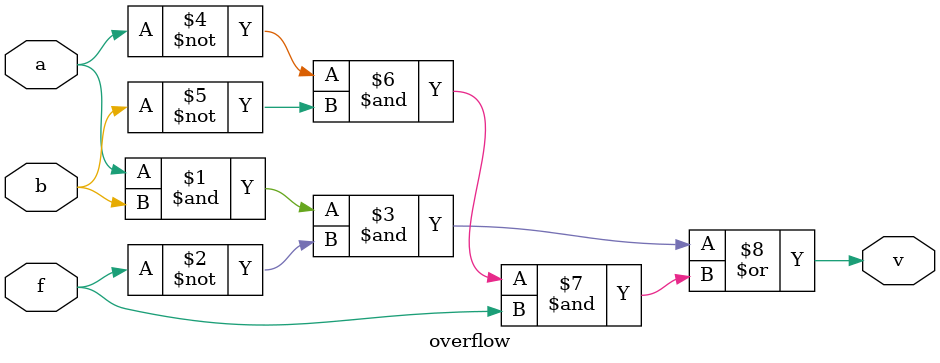
<source format=v>

module overflow(a,b,f,v);
  input a,b,f;
  output v;
  
  assign v = (a & b & ~f) | (~a & ~b & f);
  
endmodule 
</source>
